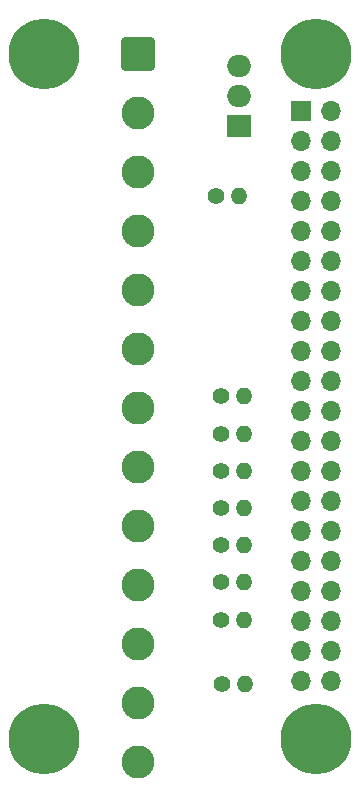
<source format=gbr>
%TF.GenerationSoftware,KiCad,Pcbnew,8.0.8*%
%TF.CreationDate,2025-03-16T18:45:55-07:00*%
%TF.ProjectId,PhonePiHat,50686f6e-6550-4694-9861-742e6b696361,rev?*%
%TF.SameCoordinates,Original*%
%TF.FileFunction,Soldermask,Bot*%
%TF.FilePolarity,Negative*%
%FSLAX46Y46*%
G04 Gerber Fmt 4.6, Leading zero omitted, Abs format (unit mm)*
G04 Created by KiCad (PCBNEW 8.0.8) date 2025-03-16 18:45:55*
%MOMM*%
%LPD*%
G01*
G04 APERTURE LIST*
G04 Aperture macros list*
%AMRoundRect*
0 Rectangle with rounded corners*
0 $1 Rounding radius*
0 $2 $3 $4 $5 $6 $7 $8 $9 X,Y pos of 4 corners*
0 Add a 4 corners polygon primitive as box body*
4,1,4,$2,$3,$4,$5,$6,$7,$8,$9,$2,$3,0*
0 Add four circle primitives for the rounded corners*
1,1,$1+$1,$2,$3*
1,1,$1+$1,$4,$5*
1,1,$1+$1,$6,$7*
1,1,$1+$1,$8,$9*
0 Add four rect primitives between the rounded corners*
20,1,$1+$1,$2,$3,$4,$5,0*
20,1,$1+$1,$4,$5,$6,$7,0*
20,1,$1+$1,$6,$7,$8,$9,0*
20,1,$1+$1,$8,$9,$2,$3,0*%
G04 Aperture macros list end*
%ADD10C,1.400000*%
%ADD11O,1.400000X1.400000*%
%ADD12R,2.000000X1.905000*%
%ADD13O,2.000000X1.905000*%
%ADD14RoundRect,0.250001X-1.149999X1.149999X-1.149999X-1.149999X1.149999X-1.149999X1.149999X1.149999X0*%
%ADD15C,2.800000*%
%ADD16C,6.000000*%
%ADD17R,1.700000X1.700000*%
%ADD18O,1.700000X1.700000*%
G04 APERTURE END LIST*
D10*
%TO.C,R1*%
X38095000Y-56000000D03*
D11*
X39995000Y-56000000D03*
%TD*%
D10*
%TO.C,R10*%
X38600000Y-97350000D03*
D11*
X40500000Y-97350000D03*
%TD*%
D12*
%TO.C,Q1*%
X40000000Y-50080000D03*
D13*
X40000000Y-47540000D03*
X40000000Y-45000000D03*
%TD*%
D10*
%TO.C,R3*%
X38500000Y-73000000D03*
D11*
X40400000Y-73000000D03*
%TD*%
D10*
%TO.C,R4*%
X38500000Y-76150000D03*
D11*
X40400000Y-76150000D03*
%TD*%
D10*
%TO.C,R6*%
X38500000Y-82450000D03*
D11*
X40400000Y-82450000D03*
%TD*%
D14*
%TO.C,J2*%
X31500000Y-44000000D03*
D15*
X31500000Y-49000000D03*
X31500000Y-54000000D03*
X31500000Y-59000000D03*
X31500000Y-64000000D03*
X31500000Y-69000000D03*
X31500000Y-74000000D03*
X31500000Y-79000000D03*
X31500000Y-84000000D03*
X31500000Y-89000000D03*
X31500000Y-94000000D03*
X31500000Y-99000000D03*
X31500000Y-104000000D03*
%TD*%
D10*
%TO.C,R5*%
X38500000Y-79300000D03*
D11*
X40400000Y-79300000D03*
%TD*%
D10*
%TO.C,R9*%
X38500000Y-91900000D03*
D11*
X40400000Y-91900000D03*
%TD*%
D10*
%TO.C,R7*%
X38500000Y-85600000D03*
D11*
X40400000Y-85600000D03*
%TD*%
D10*
%TO.C,R8*%
X38500000Y-88750000D03*
D11*
X40400000Y-88750000D03*
%TD*%
D16*
%TO.C,J1*%
X46500000Y-102000000D03*
X46500000Y-44000000D03*
X23500000Y-102000000D03*
X23500000Y-44000000D03*
D17*
X45230000Y-48870000D03*
D18*
X47770000Y-48870000D03*
X45230000Y-51410000D03*
X47770000Y-51410000D03*
X45230000Y-53950000D03*
X47770000Y-53950000D03*
X45230000Y-56490000D03*
X47770000Y-56490000D03*
X45230000Y-59030000D03*
X47770000Y-59030000D03*
X45230000Y-61570000D03*
X47770000Y-61570000D03*
X45230000Y-64110000D03*
X47770000Y-64110000D03*
X45230000Y-66650000D03*
X47770000Y-66650000D03*
X45230000Y-69190000D03*
X47770000Y-69190000D03*
X45230000Y-71730000D03*
X47770000Y-71730000D03*
X45230000Y-74270000D03*
X47770000Y-74270000D03*
X45230000Y-76810000D03*
X47770000Y-76810000D03*
X45230000Y-79350000D03*
X47770000Y-79350000D03*
X45230000Y-81890000D03*
X47770000Y-81890000D03*
X45230000Y-84430000D03*
X47770000Y-84430000D03*
X45230000Y-86970000D03*
X47770000Y-86970000D03*
X45230000Y-89510000D03*
X47770000Y-89510000D03*
X45230000Y-92050000D03*
X47770000Y-92050000D03*
X45230000Y-94590000D03*
X47770000Y-94590000D03*
X45230000Y-97130000D03*
X47770000Y-97130000D03*
%TD*%
M02*

</source>
